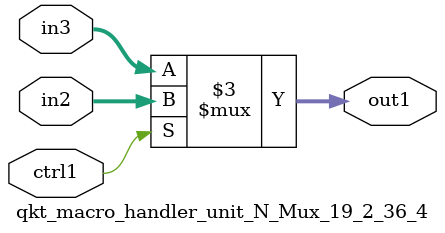
<source format=v>

`timescale 1ps / 1ps


module qkt_macro_handler_unit_N_Mux_19_2_36_4( in3, in2, ctrl1, out1 );

    input [18:0] in3;
    input [18:0] in2;
    input ctrl1;
    output [18:0] out1;
    reg [18:0] out1;

    
    // rtl_process:qkt_macro_handler_unit_N_Mux_19_2_36_4/qkt_macro_handler_unit_N_Mux_19_2_36_4_thread_1
    always @*
      begin : qkt_macro_handler_unit_N_Mux_19_2_36_4_thread_1
        case (ctrl1) 
          1'b1: 
            begin
              out1 = in2;
            end
          default: 
            begin
              out1 = in3;
            end
        endcase
      end

endmodule



</source>
